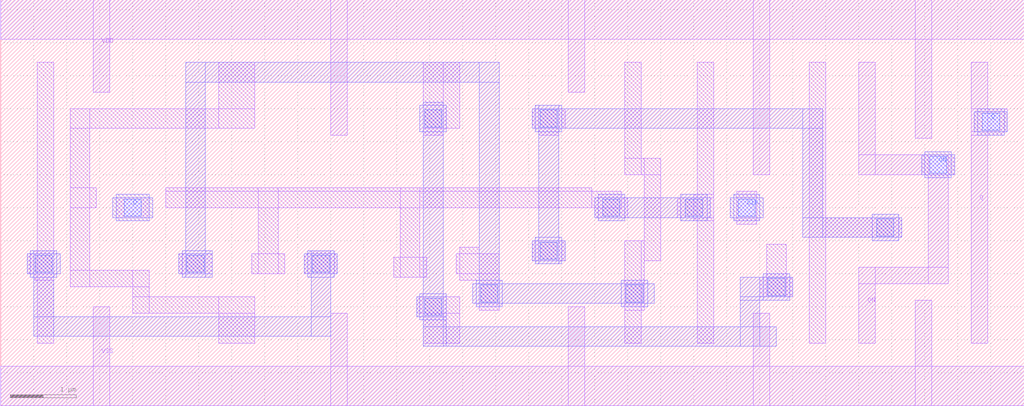
<source format=lef>
# Copyright 2022 Google LLC
# Licensed under the Apache License, Version 2.0 (the "License");
# you may not use this file except in compliance with the License.
# You may obtain a copy of the License at
#
#      http://www.apache.org/licenses/LICENSE-2.0
#
# Unless required by applicable law or agreed to in writing, software
# distributed under the License is distributed on an "AS IS" BASIS,
# WITHOUT WARRANTIES OR CONDITIONS OF ANY KIND, either express or implied.
# See the License for the specific language governing permissions and
# limitations under the License.
VERSION 5.7 ;
BUSBITCHARS "[]" ;
DIVIDERCHAR "/" ;

MACRO gf180mcu_osu_sc_gp9t3v3__dffn_1
  CLASS CORE ;
  ORIGIN 0 0 ;
  FOREIGN gf180mcu_osu_sc_gp9t3v3__dffn_1 0 0 ;
  SIZE 15.5 BY 6.15 ;
  SYMMETRY X Y ;
  SITE gf180mcu_osu_sc_gp9t3v3 ;
  PIN VDD
    DIRECTION INOUT ;
    USE POWER ;
    SHAPE ABUTMENT ;
    PORT
      LAYER MET1 ;
        RECT 0 5.55 15.5 6.15 ;
        RECT 13.85 4.05 14.1 6.15 ;
        RECT 11.4 3.5 11.65 6.15 ;
        RECT 8.6 4.75 8.85 6.15 ;
        RECT 5 4.1 5.25 6.15 ;
        RECT 1.4 4.75 1.65 6.15 ;
    END
  END VDD
  PIN VSS
    DIRECTION INOUT ;
    USE GROUND ;
    PORT
      LAYER MET1 ;
        RECT 0 0 15.5 0.6 ;
        RECT 13.85 0 14.1 1.6 ;
        RECT 11.4 0 11.65 1.4 ;
        RECT 8.6 0 8.85 1.5 ;
        RECT 5 0 5.25 1.4 ;
        RECT 1.4 0 1.65 1.5 ;
    END
  END VSS
  PIN CLK
    DIRECTION INPUT ;
    USE CLOCK ;
    PORT
      LAYER MET1 ;
        RECT 11.15 2.75 11.45 3.25 ;
      LAYER MET2 ;
        RECT 11.05 2.85 11.55 3.15 ;
        RECT 11.1 2.8 11.5 3.2 ;
      LAYER VIA12 ;
        RECT 11.17 2.87 11.43 3.13 ;
    END
  END CLK
  PIN D
    DIRECTION INPUT ;
    USE SIGNAL ;
    PORT
      LAYER MET1 ;
        RECT 1.75 2.85 2.25 3.15 ;
      LAYER MET2 ;
        RECT 1.7 2.85 2.3 3.15 ;
        RECT 1.75 2.8 2.25 3.2 ;
      LAYER VIA12 ;
        RECT 1.87 2.87 2.13 3.13 ;
    END
  END D
  PIN Q
    DIRECTION OUTPUT ;
    USE SIGNAL ;
    PORT
      LAYER MET1 ;
        RECT 14.7 4.15 15.25 4.5 ;
        RECT 14.7 4.1 15.2 4.5 ;
        RECT 14.7 0.95 14.95 5.2 ;
      LAYER MET2 ;
        RECT 14.75 4.15 15.25 4.45 ;
        RECT 14.8 4.1 15.2 4.5 ;
      LAYER VIA12 ;
        RECT 14.87 4.17 15.13 4.43 ;
    END
  END Q
  PIN QN
    DIRECTION OUTPUT ;
    USE SIGNAL ;
    PORT
      LAYER MET1 ;
        RECT 13 3.5 14.45 3.8 ;
        RECT 14.05 1.85 14.35 3.8 ;
        RECT 13 1.85 14.35 2.1 ;
        RECT 13 3.5 13.25 5.2 ;
        RECT 13 0.95 13.25 2.1 ;
      LAYER MET2 ;
        RECT 13.95 3.5 14.45 3.8 ;
        RECT 14 3.45 14.4 3.85 ;
      LAYER VIA12 ;
        RECT 14.07 3.52 14.33 3.78 ;
    END
  END QN
  OBS
    LAYER MET2 ;
      RECT 8.1 4.15 8.5 4.55 ;
      RECT 8.05 4.2 12.45 4.5 ;
      RECT 12.15 2.55 12.45 4.5 ;
      RECT 8.15 2.15 8.45 4.55 ;
      RECT 13.2 2.5 13.6 2.9 ;
      RECT 12.15 2.55 13.65 2.85 ;
      RECT 8.1 2.15 8.5 2.55 ;
      RECT 8.05 2.2 8.55 2.5 ;
      RECT 6.4 0.9 6.7 4.6 ;
      RECT 6.35 4.15 6.75 4.55 ;
      RECT 11.55 1.6 11.95 2 ;
      RECT 11.2 1.65 12 1.95 ;
      RECT 6.35 1.3 6.75 1.7 ;
      RECT 6.4 0.9 6.75 1.7 ;
      RECT 6.3 1.35 6.75 1.65 ;
      RECT 11.2 1.6 11.95 1.95 ;
      RECT 11.2 0.9 11.5 1.95 ;
      RECT 6.4 0.9 11.75 1.2 ;
      RECT 10.3 2.8 10.7 3.2 ;
      RECT 9.05 2.8 9.45 3.2 ;
      RECT 9 2.85 10.75 3.15 ;
      RECT 2.8 4.9 7.55 5.2 ;
      RECT 7.25 1.5 7.55 5.2 ;
      RECT 2.8 1.95 3.1 5.2 ;
      RECT 2.75 1.95 3.2 2.35 ;
      RECT 2.7 2 3.2 2.3 ;
      RECT 9.4 1.5 9.8 1.9 ;
      RECT 7.2 1.5 7.6 1.9 ;
      RECT 7.15 1.55 9.9 1.85 ;
      RECT 4.65 1.95 5.05 2.35 ;
      RECT 0.45 1.95 0.85 2.35 ;
      RECT 4.6 2 5.1 2.3 ;
      RECT 0.4 2 0.9 2.3 ;
      RECT 4.7 1.05 5 2.35 ;
      RECT 0.5 1.05 0.8 2.35 ;
      RECT 0.5 1.05 5 1.35 ;
    LAYER VIA12 ;
      RECT 13.27 2.57 13.53 2.83 ;
      RECT 11.62 1.67 11.88 1.93 ;
      RECT 10.37 2.87 10.63 3.13 ;
      RECT 9.47 1.57 9.73 1.83 ;
      RECT 9.12 2.87 9.38 3.13 ;
      RECT 8.17 2.22 8.43 2.48 ;
      RECT 8.17 4.22 8.43 4.48 ;
      RECT 7.27 1.57 7.53 1.83 ;
      RECT 6.42 1.37 6.68 1.63 ;
      RECT 6.42 4.22 6.68 4.48 ;
      RECT 4.72 2.02 4.98 2.28 ;
      RECT 2.82 2.02 3.08 2.28 ;
      RECT 0.52 2.02 0.78 2.28 ;
    LAYER MET1 ;
      RECT 12.25 0.95 12.5 5.2 ;
      RECT 12.25 2.55 13.65 2.85 ;
      RECT 11.6 1.65 11.9 2.45 ;
      RECT 11.5 1.65 12 1.95 ;
      RECT 10.55 0.95 10.8 5.2 ;
      RECT 10.5 2.8 10.8 3.2 ;
      RECT 10.25 2.85 10.8 3.15 ;
      RECT 9.45 3.5 9.7 5.2 ;
      RECT 9.45 3.5 10 3.75 ;
      RECT 9.75 2.2 10 3.75 ;
      RECT 9.45 1.45 9.75 2.5 ;
      RECT 9.45 0.95 9.7 2.5 ;
      RECT 2.5 3 8.95 3.3 ;
      RECT 2.5 3 9.4 3.25 ;
      RECT 9 2.85 9.5 3.15 ;
      RECT 6.05 1.95 6.35 3.3 ;
      RECT 3.9 2 4.2 3.3 ;
      RECT 3.8 2 4.3 2.3 ;
      RECT 5.95 1.95 6.45 2.25 ;
      RECT 8.05 4.2 8.55 4.5 ;
      RECT 8.15 4.1 8.45 4.5 ;
      RECT 6.95 1.9 7.25 2.4 ;
      RECT 6.9 2 7.55 2.3 ;
      RECT 7.25 1.45 7.55 2.3 ;
      RECT 6.3 1.4 6.95 1.65 ;
      RECT 6.4 0.95 6.95 1.65 ;
      RECT 6.4 4.2 6.95 5.2 ;
      RECT 6.4 4.1 6.7 5.2 ;
      RECT 4.7 2 5 2.35 ;
      RECT 4.6 2 5.1 2.3 ;
      RECT 3.3 4.2 3.85 5.2 ;
      RECT 1.05 4.2 3.85 4.5 ;
      RECT 1.05 1.8 1.35 4.5 ;
      RECT 1.05 3 1.45 3.3 ;
      RECT 1.05 1.8 2.25 2.05 ;
      RECT 2 1.4 2.25 2.05 ;
      RECT 2 1.4 3.85 1.65 ;
      RECT 3.3 0.95 3.85 1.65 ;
      RECT 0.55 0.95 0.8 5.2 ;
      RECT 0.5 1.9 0.8 2.35 ;
      RECT 0.4 2 0.8 2.3 ;
      RECT 8.05 2.2 8.55 2.5 ;
      RECT 2.7 2 3.2 2.3 ;
  END
END gf180mcu_osu_sc_gp9t3v3__dffn_1

</source>
